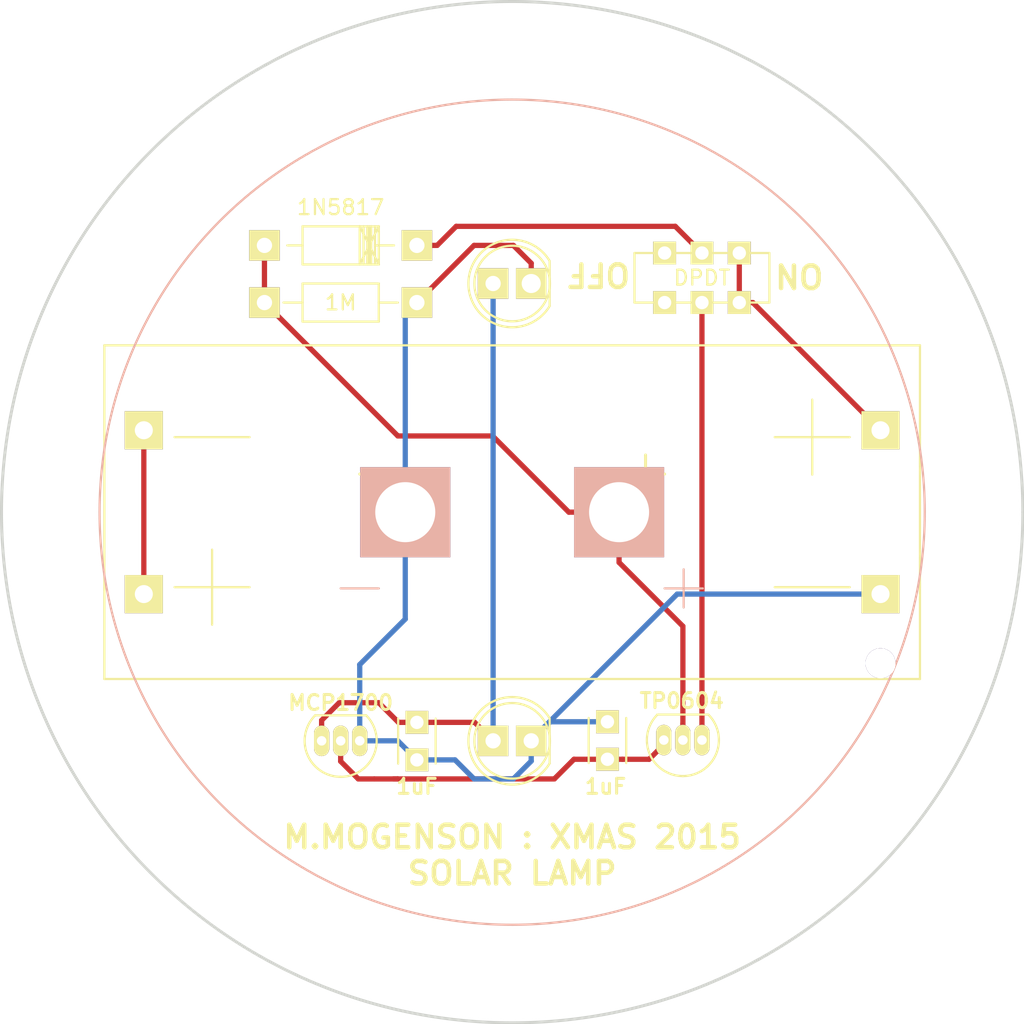
<source format=kicad_pcb>

(kicad_pcb
  (version 4)
  (host pcbnew 4.0.0-2.201512072331+6194~38~ubuntu15.10.1-stable)
  (general
    (links 20)
    (no_connects 0)
    (area 92.863999 92.863999 161.136001 161.136001)
    (thickness 1.6)
    (drawings 8)
    (tracks 59)
    (zones 0)
    (modules 11)
    (nets 11))
  (page A4)
  (layers
    (0 F.Cu signal)
    (31 B.Cu signal)
    (32 B.Adhes user)
    (33 F.Adhes user)
    (34 B.Paste user)
    (35 F.Paste user)
    (36 B.SilkS user)
    (37 F.SilkS user)
    (38 B.Mask user)
    (39 F.Mask user)
    (40 Dwgs.User user)
    (41 Cmts.User user)
    (42 Eco1.User user)
    (43 Eco2.User user)
    (44 Edge.Cuts user)
    (45 Margin user)
    (46 B.CrtYd user)
    (47 F.CrtYd user)
    (48 B.Fab user)
    (49 F.Fab user))
  (setup
    (last_trace_width 0.35)
    (trace_clearance 0.25)
    (zone_clearance 0.508)
    (zone_45_only yes)
    (trace_min 0.2)
    (segment_width 0.2)
    (edge_width 0.2)
    (via_size 0.6)
    (via_drill 0.4)
    (via_min_size 0.4)
    (via_min_drill 0.3)
    (uvia_size 0.3)
    (uvia_drill 0.1)
    (uvias_allowed no)
    (uvia_min_size 0)
    (uvia_min_drill 0)
    (pcb_text_width 0.3)
    (pcb_text_size 1.5 1.5)
    (mod_edge_width 0.15)
    (mod_text_size 1 1)
    (mod_text_width 0.15)
    (pad_size 1.016 2.032)
    (pad_drill 0.635)
    (pad_to_mask_clearance 0.2)
    (aux_axis_origin 0 0)
    (grid_origin 15.24 195.58)
    (visible_elements 7FFFFF7F)
    (pcbplotparams
      (layerselection 0x010f0_80000001)
      (usegerberextensions true)
      (excludeedgelayer true)
      (linewidth 0.1)
      (plotframeref false)
      (viasonmask false)
      (mode 1)
      (useauxorigin false)
      (hpglpennumber 1)
      (hpglpenspeed 20)
      (hpglpendiameter 15)
      (hpglpenoverlay 2)
      (psnegative false)
      (psa4output false)
      (plotreference false)
      (plotvalue false)
      (plotinvisibletext false)
      (padsonsilk true)
      (subtractmaskfromsilk true)
      (outputformat 1)
      (mirror false)
      (drillshape 0)
      (scaleselection 1)
      (outputdirectory gerbers/)))
  (net 0 "")
  (net 1 "Net-(BT1-Pad1)")
  (net 2 GND)
  (net 3 "Net-(C1-Pad1)")
  (net 4 "Net-(C2-Pad1)")
  (net 5 "Net-(D1-Pad1)")
  (net 6 "Net-(B1-Pad1)")
  (net 7 "Net-(B1-Pad3)")
  (net 8 "Net-(Q1-Pad1)")
  (net 9 "Net-(SW1-Pad3)")
  (net 10 "Net-(SW1-Pad6)")
  (net_class Default "This is the default net class."
    (clearance 0.25)
    (trace_width 0.35)
    (via_dia 0.6)
    (via_drill 0.4)
    (uvia_dia 0.3)
    (uvia_drill 0.1)
    (add_net GND)
    (add_net "Net-(B1-Pad1)")
    (add_net "Net-(B1-Pad3)")
    (add_net "Net-(BT1-Pad1)")
    (add_net "Net-(C1-Pad1)")
    (add_net "Net-(C2-Pad1)")
    (add_net "Net-(D1-Pad1)")
    (add_net "Net-(Q1-Pad1)")
    (add_net "Net-(SW1-Pad3)")
    (add_net "Net-(SW1-Pad6)"))
  (module MikeMod:DPDT_JS202011CQN_switch
    (layer F.Cu)
    (tedit 566798C7)
    (tstamp 5629B9FA)
    (at 139.6492 111.379 180)
    (path /56299FB7)
    (fp_text reference SW1
      (at 6.35 -2.54 180)
      (layer F.SilkS) hide
      (effects
        (font
          (size 1 1)
          (thickness 0.15))))
    (fp_text value DPDT
      (at 0 0 180)
      (layer F.SilkS)
      (effects
        (font
          (size 1 1)
          (thickness 0.15))))
    (fp_line
      (start -4.4958 -1.651)
      (end -4.4958 1.651)
      (layer F.SilkS)
      (width 0.15))
    (fp_line
      (start -4.4958 1.651)
      (end 4.4958 1.651)
      (layer F.SilkS)
      (width 0.15))
    (fp_line
      (start 4.4958 1.651)
      (end 4.4958 -1.651)
      (layer F.SilkS)
      (width 0.15))
    (fp_line
      (start 4.4958 -1.651)
      (end -4.4958 -1.651)
      (layer F.SilkS)
      (width 0.15))
    (pad 1 thru_hole rect
      (at -2.4892 1.651 180)
      (size 1.524 1.524)
      (drill 0.889)
      (layers *.Cu F.SilkS F.Mask)
      (net 7 "Net-(B1-Pad3)"))
    (pad 2 thru_hole rect
      (at 0 1.651 180)
      (size 1.524 1.524)
      (drill 0.889)
      (layers *.Cu F.SilkS F.Mask)
      (net 5 "Net-(D1-Pad1)"))
    (pad 3 thru_hole rect
      (at 2.4892 1.651 180)
      (size 1.524 1.524)
      (drill 0.889)
      (layers *.Cu F.SilkS F.Mask)
      (net 9 "Net-(SW1-Pad3)"))
    (pad 4 thru_hole rect
      (at -2.4892 -1.651 180)
      (size 1.524 1.524)
      (drill 0.889)
      (layers *.Cu F.SilkS F.Mask)
      (net 7 "Net-(B1-Pad3)"))
    (pad 5 thru_hole rect
      (at 0 -1.651 180)
      (size 1.524 1.524)
      (drill 0.889)
      (layers *.Cu F.SilkS F.Mask)
      (net 8 "Net-(Q1-Pad1)"))
    (pad 6 thru_hole rect
      (at 2.4892 -1.651 180)
      (size 1.524 1.524)
      (drill 0.889)
      (layers *.Cu F.SilkS F.Mask)
      (net 10 "Net-(SW1-Pad6)")))
  (module MikeMod:Keystone_1077_2x_AAA_battery_holder
    (layer F.Cu)
    (tedit 5667982C)
    (tstamp 565B9D4E)
    (at 127 127 180)
    (path /565B9484)
    (fp_text reference B1
      (at 0 7 180)
      (layer F.SilkS) hide
      (effects
        (font
          (size 1 1)
          (thickness 0.15))))
    (fp_text value 2x_AAA_battery
      (at 0 -7 180)
      (layer F.Fab) hide
      (effects
        (font
          (size 1 1)
          (thickness 0.15))))
    (fp_line
      (start 22.5 5)
      (end 17.5 5)
      (layer F.SilkS)
      (width 0.15))
    (fp_line
      (start -20 2.5)
      (end -20 7.5)
      (layer F.SilkS)
      (width 0.15))
    (fp_line
      (start -22.5 5)
      (end -17.5 5)
      (layer F.SilkS)
      (width 0.15))
    (fp_line
      (start -22.5 -5)
      (end -17.5 -5)
      (layer F.SilkS)
      (width 0.15))
    (fp_line
      (start 17.5 -5)
      (end 22.5 -5)
      (layer F.SilkS)
      (width 0.15))
    (fp_line
      (start 20 -7.5)
      (end 20 -2.5)
      (layer F.SilkS)
      (width 0.15))
    (fp_line
      (start -27.18 -11.12)
      (end -27.18 11.12)
      (layer F.SilkS)
      (width 0.15))
    (fp_line
      (start -27.18 11.12)
      (end 27.18 11.12)
      (layer F.SilkS)
      (width 0.15))
    (fp_line
      (start 27.18 11.12)
      (end 27.18 -11.12)
      (layer F.SilkS)
      (width 0.15))
    (fp_line
      (start 27.18 -11.12)
      (end -27.18 -11.12)
      (layer F.SilkS)
      (width 0.15))
    (pad 1 thru_hole rect
      (at 24.55 -5.46 180)
      (size 2.54 2.54)
      (drill 1.2)
      (layers *.Cu F.SilkS F.Mask)
      (net 6 "Net-(B1-Pad1)"))
    (pad 2 thru_hole rect
      (at -24.55 -5.46 180)
      (size 2.54 2.54)
      (drill 1.2)
      (layers *.Cu F.SilkS F.Mask)
      (net 2 GND))
    (pad 3 thru_hole rect
      (at -24.55 5.46 180)
      (size 2.54 2.54)
      (drill 1.2)
      (layers *.Cu F.SilkS F.Mask)
      (net 7 "Net-(B1-Pad3)"))
    (pad 4 thru_hole rect
      (at 24.55 5.46 180)
      (size 2.54 2.54)
      (drill 1.2)
      (layers *.Cu F.SilkS F.Mask)
      (net 6 "Net-(B1-Pad1)"))
    (pad "" thru_hole circle
      (at -24.55 -10.07 180)
      (size 2 2)
      (drill 2)
      (layers *.Cu)))
  (module Capacitors_ThroughHole:C_Disc_D3_P2.5
    (layer F.Cu)
    (tedit 566797F0)
    (tstamp 5629B9CD)
    (at 133.35 143.47 90)
    (descr "Capacitor 3mm Disc, Pitch 2.5mm")
    (tags Capacitor)
    (path /56299749)
    (fp_text reference C1
      (at 1.25 -2.5 90)
      (layer F.SilkS) hide
      (effects
        (font
          (size 1 1)
          (thickness 0.15))))
    (fp_text value 1uF
      (at -1.818 -0.127 180)
      (layer F.SilkS)
      (effects
        (font
          (size 1 1)
          (thickness 0.2))))
    (fp_line
      (start -0.9 -1.5)
      (end 3.4 -1.5)
      (layer F.CrtYd)
      (width 0.05))
    (fp_line
      (start 3.4 -1.5)
      (end 3.4 1.5)
      (layer F.CrtYd)
      (width 0.05))
    (fp_line
      (start 3.4 1.5)
      (end -0.9 1.5)
      (layer F.CrtYd)
      (width 0.05))
    (fp_line
      (start -0.9 1.5)
      (end -0.9 -1.5)
      (layer F.CrtYd)
      (width 0.05))
    (fp_line
      (start -0.25 -1.25)
      (end 2.75 -1.25)
      (layer F.SilkS)
      (width 0.15))
    (fp_line
      (start 2.75 1.25)
      (end -0.25 1.25)
      (layer F.SilkS)
      (width 0.15))
    (pad 1 thru_hole rect
      (at 0 0 90)
      (size 1.524 1.524)
      (drill 0.889)
      (layers *.Cu F.SilkS F.Mask)
      (net 3 "Net-(C1-Pad1)"))
    (pad 2 thru_hole rect
      (at 2.5 0 90)
      (size 1.524 1.524)
      (drill 0.889)
      (layers *.Cu F.SilkS F.Mask)
      (net 2 GND))
    (model Capacitors_ThroughHole.3dshapes/C_Disc_D3_P2.5.wrl
      (at
        (xyz 0.0492126 0 0))
      (scale
        (xyz 1 1 1))
      (rotate
        (xyz 0 0 0))))
  (module Capacitors_ThroughHole:C_Disc_D3_P2.5
    (layer F.Cu)
    (tedit 566797DB)
    (tstamp 5629B9D3)
    (at 120.65 141.01 270)
    (descr "Capacitor 3mm Disc, Pitch 2.5mm")
    (tags Capacitor)
    (path /56299A5E)
    (fp_text reference C2
      (at 1.25 -2.5 270)
      (layer F.SilkS) hide
      (effects
        (font
          (size 1 1)
          (thickness 0.15))))
    (fp_text value 1uF
      (at 4.278 0 360)
      (layer F.SilkS)
      (effects
        (font
          (size 1 1)
          (thickness 0.2))))
    (fp_line
      (start -0.9 -1.5)
      (end 3.4 -1.5)
      (layer F.CrtYd)
      (width 0.05))
    (fp_line
      (start 3.4 -1.5)
      (end 3.4 1.5)
      (layer F.CrtYd)
      (width 0.05))
    (fp_line
      (start 3.4 1.5)
      (end -0.9 1.5)
      (layer F.CrtYd)
      (width 0.05))
    (fp_line
      (start -0.9 1.5)
      (end -0.9 -1.5)
      (layer F.CrtYd)
      (width 0.05))
    (fp_line
      (start -0.25 -1.25)
      (end 2.75 -1.25)
      (layer F.SilkS)
      (width 0.15))
    (fp_line
      (start 2.75 1.25)
      (end -0.25 1.25)
      (layer F.SilkS)
      (width 0.15))
    (pad 1 thru_hole rect
      (at 0 0 270)
      (size 1.524 1.524)
      (drill 0.889)
      (layers *.Cu F.SilkS F.Mask)
      (net 4 "Net-(C2-Pad1)"))
    (pad 2 thru_hole rect
      (at 2.5 0 270)
      (size 1.524 1.524)
      (drill 0.889)
      (layers *.Cu F.SilkS F.Mask)
      (net 2 GND))
    (model Capacitors_ThroughHole.3dshapes/C_Disc_D3_P2.5.wrl
      (at
        (xyz 0.0492126 0 0))
      (scale
        (xyz 1 1 1))
      (rotate
        (xyz 0 0 0))))
  (module TO_SOT_Packages_THT:TO-92_Inline_Narrow_Oval
    (layer F.Cu)
    (tedit 5667993E)
    (tstamp 565B9D86)
    (at 116.84 142.24 180)
    (descr "TO-92 leads in-line, narrow, oval pads, drill 0.6mm (see NXP sot054_po.pdf)")
    (tags "to-92 sc-43 sc-43a sot54 PA33 transistor")
    (path /565B6E6E)
    (fp_text reference U1
      (at 0 -4 180)
      (layer F.SilkS) hide
      (effects
        (font
          (size 1 1)
          (thickness 0.15))))
    (fp_text value MCP1700
      (at 1.27 2.54 180)
      (layer F.SilkS)
      (effects
        (font
          (size 1 1)
          (thickness 0.2))))
    (fp_line
      (start -1.4 1.95)
      (end -1.4 -2.65)
      (layer F.CrtYd)
      (width 0.05))
    (fp_line
      (start -1.4 1.95)
      (end 3.95 1.95)
      (layer F.CrtYd)
      (width 0.05))
    (fp_line
      (start -0.43 1.7)
      (end 2.97 1.7)
      (layer F.SilkS)
      (width 0.15))
    (fp_line
      (start -1.4 -2.65)
      (end 3.95 -2.65)
      (layer F.CrtYd)
      (width 0.05))
    (fp_line
      (start 3.95 1.95)
      (end 3.95 -2.65)
      (layer F.CrtYd)
      (width 0.05))
    (fp_arc
      (start 1.27 0)
      (end 1.27 -2.4)
      (angle -135)
      (layer F.SilkS)
      (width 0.15))
    (fp_arc
      (start 1.27 0)
      (end 1.27 -2.4)
      (angle 135)
      (layer F.SilkS)
      (width 0.15))
    (pad 2 thru_hole oval
      (at 1.27 0)
      (size 1.016 2.032)
      (drill 0.635)
      (layers *.Cu F.SilkS F.Mask)
      (net 3 "Net-(C1-Pad1)"))
    (pad 3 thru_hole oval
      (at 2.54 0)
      (size 1.016 2.032)
      (drill 0.635)
      (layers *.Cu F.SilkS F.Mask)
      (net 4 "Net-(C2-Pad1)"))
    (pad 1 thru_hole oval
      (at 0 0)
      (size 1.016 2.032)
      (drill 0.635)
      (layers *.Cu F.SilkS F.Mask)
      (net 2 GND))
    (model TO_SOT_Packages_THT.3dshapes/TO-92_Inline_Narrow_Oval.wrl
      (at
        (xyz 0.05 0 0))
      (scale
        (xyz 1 1 1))
      (rotate
        (xyz 0 0 -90))))
  (module Resistors_ThroughHole:Resistor_Horizontal_RM10mm
    (layer F.Cu)
    (tedit 56679904)
    (tstamp 565B9D85)
    (at 115.57 113.03)
    (descr "Resistor, Axial,  RM 10mm, 1/3W,")
    (tags "Resistor, Axial, RM 10mm, 1/3W,")
    (path /565B5B3B)
    (fp_text reference R1
      (at 0.24892 -3.50012)
      (layer F.SilkS) hide
      (effects
        (font
          (size 1 1)
          (thickness 0.15))))
    (fp_text value 1M
      (at 0 0)
      (layer F.SilkS)
      (effects
        (font
          (size 1 1)
          (thickness 0.15))))
    (fp_line
      (start -2.54 -1.27)
      (end 2.54 -1.27)
      (layer F.SilkS)
      (width 0.15))
    (fp_line
      (start 2.54 -1.27)
      (end 2.54 1.27)
      (layer F.SilkS)
      (width 0.15))
    (fp_line
      (start 2.54 1.27)
      (end -2.54 1.27)
      (layer F.SilkS)
      (width 0.15))
    (fp_line
      (start -2.54 1.27)
      (end -2.54 -1.27)
      (layer F.SilkS)
      (width 0.15))
    (fp_line
      (start -2.54 0)
      (end -3.81 0)
      (layer F.SilkS)
      (width 0.15))
    (fp_line
      (start 2.54 0)
      (end 3.81 0)
      (layer F.SilkS)
      (width 0.15))
    (pad 1 thru_hole rect
      (at -5.08 0)
      (size 2.032 2.032)
      (drill 1.016)
      (layers *.Cu F.SilkS F.Mask)
      (net 1 "Net-(BT1-Pad1)"))
    (pad 2 thru_hole rect
      (at 5.08 0)
      (size 2.032 2.032)
      (drill 1.016)
      (layers *.Cu F.SilkS F.Mask)
      (net 2 GND))
    (model Resistors_ThroughHole.3dshapes/Resistor_Horizontal_RM10mm.wrl
      (at
        (xyz 0 0 0))
      (scale
        (xyz 0.4 0.4 0.4))
      (rotate
        (xyz 0 0 0))))
  (module TO_SOT_Packages_THT:TO-92_Inline_Narrow_Oval
    (layer F.Cu)
    (tedit 566795FB)
    (tstamp 565B9D6D)
    (at 139.6492 142.1892 180)
    (descr "TO-92 leads in-line, narrow, oval pads, drill 0.6mm (see NXP sot054_po.pdf)")
    (tags "to-92 sc-43 sc-43a sot54 PA33 transistor")
    (path /565B691B)
    (fp_text reference Q1
      (at 0 -4 180)
      (layer F.SilkS) hide
      (effects
        (font
          (size 1 1)
          (thickness 0.15))))
    (fp_text value TP0604
      (at 1.3462 2.6162 180)
      (layer F.SilkS)
      (effects
        (font
          (size 1 1)
          (thickness 0.2))))
    (fp_line
      (start -1.4 1.95)
      (end -1.4 -2.65)
      (layer F.CrtYd)
      (width 0.05))
    (fp_line
      (start -1.4 1.95)
      (end 3.95 1.95)
      (layer F.CrtYd)
      (width 0.05))
    (fp_line
      (start -0.43 1.7)
      (end 2.97 1.7)
      (layer F.SilkS)
      (width 0.15))
    (fp_line
      (start -1.4 -2.65)
      (end 3.95 -2.65)
      (layer F.CrtYd)
      (width 0.05))
    (fp_line
      (start 3.95 1.95)
      (end 3.95 -2.65)
      (layer F.CrtYd)
      (width 0.05))
    (fp_arc
      (start 1.27 0)
      (end 1.27 -2.4)
      (angle -135)
      (layer F.SilkS)
      (width 0.15))
    (fp_arc
      (start 1.27 0)
      (end 1.27 -2.4)
      (angle 135)
      (layer F.SilkS)
      (width 0.15))
    (pad 2 thru_hole oval
      (at 1.27 0)
      (size 1.016 2.032)
      (drill 0.635)
      (layers *.Cu F.SilkS F.Mask)
      (net 1 "Net-(BT1-Pad1)"))
    (pad 3 thru_hole oval
      (at 2.54 0)
      (size 1.016 2.032)
      (drill 0.635)
      (layers *.Cu F.SilkS F.Mask)
      (net 3 "Net-(C1-Pad1)"))
    (pad 1 thru_hole oval
      (at 0 0)
      (size 1.016 2.032)
      (drill 0.635)
      (layers *.Cu F.SilkS F.Mask)
      (net 8 "Net-(Q1-Pad1)"))
    (model TO_SOT_Packages_THT.3dshapes/TO-92_Inline_Narrow_Oval.wrl
      (at
        (xyz 0.05 0 0))
      (scale
        (xyz 1 1 1))
      (rotate
        (xyz 0 0 -90))))
  (module LEDs:LED-5MM
    (layer F.Cu)
    (tedit 5667991C)
    (tstamp 565B9D62)
    (at 128.27 142.24 180)
    (descr "LED 5mm round vertical")
    (tags "LED 5mm round vertical")
    (path /562994D5)
    (fp_text reference D2
      (at 1.524 4.064 180)
      (layer F.SilkS) hide
      (effects
        (font
          (size 1 1)
          (thickness 0.15))))
    (fp_text value LED
      (at 1.524 -3.937 180)
      (layer F.Fab) hide
      (effects
        (font
          (size 1 1)
          (thickness 0.15))))
    (fp_text user K
      (at -1.905 1.905 180)
      (layer F.SilkS) hide
      (effects
        (font
          (size 1 1)
          (thickness 0.15))))
    (fp_line
      (start -1.5 -1.55)
      (end -1.5 1.55)
      (layer F.CrtYd)
      (width 0.05))
    (fp_line
      (start -1.23 1.5)
      (end -1.23 -1.5)
      (layer F.SilkS)
      (width 0.15))
    (fp_arc
      (start 1.3 0)
      (end -1.5 1.55)
      (angle -302)
      (layer F.CrtYd)
      (width 0.05))
    (fp_arc
      (start 1.27 0)
      (end -1.23 -1.5)
      (angle 297.5)
      (layer F.SilkS)
      (width 0.15))
    (fp_circle
      (center 1.27 0)
      (end 0.97 -2.5)
      (layer F.SilkS)
      (width 0.15))
    (pad 1 thru_hole rect
      (at 0 0 270)
      (size 2.032 2.032)
      (drill 1.016)
      (layers *.Cu F.SilkS F.Mask)
      (net 2 GND))
    (pad 2 thru_hole rect
      (at 2.54 0 180)
      (size 2.032 2.032)
      (drill 1.016)
      (layers *.Cu F.SilkS F.Mask)
      (net 4 "Net-(C2-Pad1)"))
    (model LEDs.3dshapes/LED-5MM.wrl
      (at
        (xyz 0.05 0 0))
      (scale
        (xyz 1 1 1))
      (rotate
        (xyz 0 0 90))))
  (module LEDs:LED-5MM
    (layer F.Cu)
    (tedit 5667990E)
    (tstamp 5629B9E5)
    (at 128.27 111.76 180)
    (descr "LED 5mm round vertical")
    (tags "LED 5mm round vertical")
    (path /565B5984)
    (fp_text reference D3
      (at 1.524 4.064 180)
      (layer F.SilkS) hide
      (effects
        (font
          (size 1 1)
          (thickness 0.15))))
    (fp_text value LED
      (at -2.54 0 270)
      (layer F.SilkS) hide
      (effects
        (font
          (size 1 1)
          (thickness 0.15))))
    (fp_line
      (start -1.5 -1.55)
      (end -1.5 1.55)
      (layer F.CrtYd)
      (width 0.05))
    (fp_line
      (start -1.23 1.5)
      (end -1.23 -1.5)
      (layer F.SilkS)
      (width 0.15))
    (fp_arc
      (start 1.3 0)
      (end -1.5 1.55)
      (angle -302)
      (layer F.CrtYd)
      (width 0.05))
    (fp_arc
      (start 1.27 0)
      (end -1.23 -1.5)
      (angle 297.5)
      (layer F.SilkS)
      (width 0.15))
    (fp_circle
      (center 1.27 0)
      (end 0.97 -2.5)
      (layer F.SilkS)
      (width 0.15))
    (pad 1 thru_hole rect
      (at 0 0 270)
      (size 2.032 2.032)
      (drill 1.27)
      (layers *.Cu F.SilkS F.Mask)
      (net 2 GND))
    (pad 2 thru_hole rect
      (at 2.54 0 180)
      (size 2.032 2.032)
      (drill 1.016)
      (layers *.Cu F.SilkS F.Mask)
      (net 4 "Net-(C2-Pad1)"))
    (model LEDs.3dshapes/LED-5MM.wrl
      (at
        (xyz 0.05 0 0))
      (scale
        (xyz 1 1 1))
      (rotate
        (xyz 0 0 90))))
  (module Diodes_ThroughHole:Diode_DO-41_SOD81_Horizontal_RM10
    (layer F.Cu)
    (tedit 56679A5D)
    (tstamp 565B9D4F)
    (at 120.65 109.21746 180)
    (descr "Diode, DO-41, SOD81, Horizontal, RM 10mm,")
    (tags "Diode, DO-41, SOD81, Horizontal, RM 10mm, 1N4007, SB140,")
    (path /565B7B0B)
    (fp_text reference D1
      (at 5.38734 2.53746 180)
      (layer F.SilkS) hide
      (effects
        (font
          (size 1 1)
          (thickness 0.15))))
    (fp_text value 1N5817
      (at 5.08 2.53746 180)
      (layer F.SilkS)
      (effects
        (font
          (size 1 1)
          (thickness 0.15))))
    (fp_line
      (start 7.62 -0.00254)
      (end 8.636 -0.00254)
      (layer F.SilkS)
      (width 0.15))
    (fp_line
      (start 2.794 -0.00254)
      (end 1.524 -0.00254)
      (layer F.SilkS)
      (width 0.15))
    (fp_line
      (start 3.048 -1.27254)
      (end 3.048 1.26746)
      (layer F.SilkS)
      (width 0.15))
    (fp_line
      (start 3.302 -1.27254)
      (end 3.302 1.26746)
      (layer F.SilkS)
      (width 0.15))
    (fp_line
      (start 3.556 -1.27254)
      (end 3.556 1.26746)
      (layer F.SilkS)
      (width 0.15))
    (fp_line
      (start 2.794 -1.27254)
      (end 2.794 1.26746)
      (layer F.SilkS)
      (width 0.15))
    (fp_line
      (start 3.81 -1.27254)
      (end 2.54 1.26746)
      (layer F.SilkS)
      (width 0.15))
    (fp_line
      (start 2.54 -1.27254)
      (end 3.81 1.26746)
      (layer F.SilkS)
      (width 0.15))
    (fp_line
      (start 3.81 -1.27254)
      (end 3.81 1.26746)
      (layer F.SilkS)
      (width 0.15))
    (fp_line
      (start 3.175 -1.27254)
      (end 3.175 1.26746)
      (layer F.SilkS)
      (width 0.15))
    (fp_line
      (start 2.54 1.26746)
      (end 2.54 -1.27254)
      (layer F.SilkS)
      (width 0.15))
    (fp_line
      (start 2.54 -1.27254)
      (end 7.62 -1.27254)
      (layer F.SilkS)
      (width 0.15))
    (fp_line
      (start 7.62 -1.27254)
      (end 7.62 1.26746)
      (layer F.SilkS)
      (width 0.15))
    (fp_line
      (start 7.62 1.26746)
      (end 2.54 1.26746)
      (layer F.SilkS)
      (width 0.15))
    (pad 2 thru_hole rect
      (at 10.16 -0.00254)
      (size 2.032 2.032)
      (drill 1.016)
      (layers *.Cu F.SilkS F.Mask)
      (net 1 "Net-(BT1-Pad1)"))
    (pad 1 thru_hole rect
      (at 0 -0.00254)
      (size 2.032 2.032)
      (drill 1.016)
      (layers *.Cu F.SilkS F.Mask)
      (net 5 "Net-(D1-Pad1)")))
  (module MikeMod:Adafruit_round_solar_panel locked
    (layer B.Cu)
    (tedit 562D1077)
    (tstamp 5629B9A7)
    (at 127 127)
    (path /56298C0F)
    (fp_text reference BT1
      (at 0 8.89)
      (layer B.SilkS) hide
      (effects
        (font
          (size 1 1)
          (thickness 0.15))
        (justify mirror)))
    (fp_text value "Solar Cell"
      (at 0 -7.62)
      (layer B.Fab) hide
      (effects
        (font
          (size 1 1)
          (thickness 0.15))
        (justify mirror)))
    (fp_line
      (start -11.43 5.08)
      (end -8.89 5.08)
      (layer B.SilkS)
      (width 0.15))
    (fp_line
      (start 11.43 6.35)
      (end 11.43 3.81)
      (layer B.SilkS)
      (width 0.15))
    (fp_line
      (start 10.16 5.08)
      (end 12.7 5.08)
      (layer B.SilkS)
      (width 0.15))
    (fp_circle
      (center 0 0)
      (end 27.5 0)
      (layer B.SilkS)
      (width 0.15))
    (pad 1 thru_hole rect
      (at 7.125 0)
      (size 6 6)
      (drill 4)
      (layers *.Cu B.SilkS B.Mask)
      (net 1 "Net-(BT1-Pad1)"))
    (pad 2 thru_hole rect
      (at -7.125 0)
      (size 6 6)
      (drill 4)
      (layers *.Cu B.SilkS B.Mask)
      (net 2 GND)))
  (gr_arc
    (start 127 127)
    (end 92.964 127)
    (angle 180)
    (layer Edge.Cuts)
    (width 0.2))
  (gr_arc
    (start 127 127)
    (end 161.036 127)
    (angle 180)
    (layer Edge.Cuts)
    (width 0.2))
  (gr_text OFF
    (at 132.7531 111.16564 180)
    (layer F.SilkS)
    (effects
      (font
        (size 1.5 1.5)
        (thickness 0.3))))
  (gr_text ON
    (at 146.13636 111.2393 180)
    (layer F.SilkS)
    (effects
      (font
        (size 1.5 1.5)
        (thickness 0.3))))
  (gr_text "M.MOGENSON : XMAS 2015\nSOLAR LAMP"
    (at 127 149.86)
    (layer F.SilkS)
    (effects
      (font
        (size 1.5 1.5)
        (thickness 0.3))))
  (gr_line
    (start 116.84 124.46)
    (end 119.38 124.46)
    (angle 90)
    (layer F.SilkS)
    (width 0.2))
  (gr_line
    (start 135.89 123.19)
    (end 135.89 125.73)
    (angle 90)
    (layer F.SilkS)
    (width 0.2))
  (gr_line
    (start 134.62 124.46)
    (end 137.16 124.46)
    (angle 90)
    (layer F.SilkS)
    (width 0.2))
  (segment
    (start 134.125 127)
    (end 134.125 130.35)
    (width 0.35)
    (layer F.Cu)
    (net 1))
  (segment
    (start 134.125 130.35)
    (end 138.3792 134.6042)
    (width 0.35)
    (layer F.Cu)
    (net 1))
  (segment
    (start 138.3792 134.6042)
    (end 138.3792 141.08863)
    (width 0.35)
    (layer F.Cu)
    (net 1))
  (segment
    (start 138.3792 141.08863)
    (end 138.3792 142.1892)
    (width 0.35)
    (layer F.Cu)
    (net 1))
  (segment
    (start 110.49 113.03)
    (end 110.49 109.22)
    (width 0.35)
    (layer F.Cu)
    (net 1))
  (segment
    (start 110.49 113.03)
    (end 119.38 121.92)
    (width 0.35)
    (layer F.Cu)
    (net 1))
  (segment
    (start 119.38 121.92)
    (end 125.695 121.92)
    (width 0.35)
    (layer F.Cu)
    (net 1))
  (segment
    (start 130.775 127)
    (end 134.125 127)
    (width 0.35)
    (layer F.Cu)
    (net 1))
  (segment
    (start 125.695 121.92)
    (end 130.775 127)
    (width 0.35)
    (layer F.Cu)
    (net 1))
  (segment
    (start 133.35 140.97)
    (end 129.54 140.97)
    (width 0.35)
    (layer B.Cu)
    (net 2))
  (segment
    (start 129.54 140.97)
    (end 128.27 142.24)
    (width 0.35)
    (layer B.Cu)
    (net 2))
  (segment
    (start 120.65 113.03)
    (end 124.46 109.22)
    (width 0.35)
    (layer F.Cu)
    (net 2))
  (segment
    (start 124.46 109.22)
    (end 127.08 109.22)
    (width 0.35)
    (layer F.Cu)
    (net 2))
  (segment
    (start 127.08 109.22)
    (end 128.27 110.41)
    (width 0.35)
    (layer F.Cu)
    (net 2))
  (segment
    (start 128.27 110.41)
    (end 128.27 111.76)
    (width 0.35)
    (layer F.Cu)
    (net 2))
  (segment
    (start 151.55 132.46)
    (end 138 132.46)
    (width 0.35)
    (layer B.Cu)
    (net 2))
  (segment
    (start 138 132.46)
    (end 128.27 142.19)
    (width 0.35)
    (layer B.Cu)
    (net 2))
  (segment
    (start 128.27 142.19)
    (end 128.27 142.24)
    (width 0.35)
    (layer B.Cu)
    (net 2))
  (segment
    (start 120.65 143.51)
    (end 123.19 143.51)
    (width 0.35)
    (layer B.Cu)
    (net 2))
  (segment
    (start 124.46 144.78)
    (end 127.08 144.78)
    (width 0.35)
    (layer B.Cu)
    (net 2))
  (segment
    (start 128.27 143.59)
    (end 128.27 142.24)
    (width 0.35)
    (layer B.Cu)
    (net 2))
  (segment
    (start 123.19 143.51)
    (end 124.46 144.78)
    (width 0.35)
    (layer B.Cu)
    (net 2))
  (segment
    (start 127.08 144.78)
    (end 128.27 143.59)
    (width 0.35)
    (layer B.Cu)
    (net 2))
  (segment
    (start 116.84 142.24)
    (end 119.38 142.24)
    (width 0.35)
    (layer B.Cu)
    (net 2))
  (segment
    (start 119.38 142.24)
    (end 120.65 143.51)
    (width 0.35)
    (layer B.Cu)
    (net 2))
  (segment
    (start 119.875 134.125)
    (end 116.84 137.16)
    (width 0.35)
    (layer B.Cu)
    (net 2))
  (segment
    (start 116.84 137.16)
    (end 116.84 142.24)
    (width 0.35)
    (layer B.Cu)
    (net 2))
  (segment
    (start 119.875 127)
    (end 119.875 134.125)
    (width 0.35)
    (layer B.Cu)
    (net 2))
  (segment
    (start 119.875 127)
    (end 119.875 113.805)
    (width 0.35)
    (layer B.Cu)
    (net 2))
  (segment
    (start 119.875 113.805)
    (end 120.65 113.03)
    (width 0.35)
    (layer B.Cu)
    (net 2))
  (segment
    (start 115.57 142.24)
    (end 115.57 143.606)
    (width 0.35)
    (layer F.Cu)
    (net 3))
  (segment
    (start 115.57 143.606)
    (end 116.744 144.78)
    (width 0.35)
    (layer F.Cu)
    (net 3))
  (segment
    (start 116.744 144.78)
    (end 117.80901 144.78)
    (width 0.35)
    (layer F.Cu)
    (net 3))
  (segment
    (start 129.81 144.78)
    (end 119.38 144.78)
    (width 0.35)
    (layer F.Cu)
    (net 3))
  (segment
    (start 119.38 144.78)
    (end 119.07901 144.78)
    (width 0.35)
    (layer F.Cu)
    (net 3))
  (segment
    (start 117.80901 144.78)
    (end 119.38 144.78)
    (width 0.35)
    (layer F.Cu)
    (net 3))
  (segment
    (start 133.35 143.47)
    (end 131.12 143.47)
    (width 0.35)
    (layer F.Cu)
    (net 3))
  (segment
    (start 131.12 143.47)
    (end 129.81 144.78)
    (width 0.35)
    (layer F.Cu)
    (net 3))
  (segment
    (start 137.1092 142.1892)
    (end 137.1092 142.49019)
    (width 0.35)
    (layer F.Cu)
    (net 3))
  (segment
    (start 137.1092 142.49019)
    (end 136.12939 143.47)
    (width 0.35)
    (layer F.Cu)
    (net 3))
  (segment
    (start 136.12939 143.47)
    (end 134.35 143.47)
    (width 0.35)
    (layer F.Cu)
    (net 3))
  (segment
    (start 134.35 143.47)
    (end 133.35 143.47)
    (width 0.35)
    (layer F.Cu)
    (net 3))
  (segment
    (start 118.11 139.7)
    (end 119.42 141.01)
    (width 0.35)
    (layer F.Cu)
    (net 4))
  (segment
    (start 119.42 141.01)
    (end 120.65 141.01)
    (width 0.35)
    (layer F.Cu)
    (net 4))
  (segment
    (start 115.474 139.7)
    (end 118.11 139.7)
    (width 0.35)
    (layer F.Cu)
    (net 4))
  (segment
    (start 114.3 142.24)
    (end 114.3 140.874)
    (width 0.35)
    (layer F.Cu)
    (net 4))
  (segment
    (start 114.3 140.874)
    (end 115.474 139.7)
    (width 0.35)
    (layer F.Cu)
    (net 4))
  (segment
    (start 120.65 141.01)
    (end 124.5 141.01)
    (width 0.35)
    (layer F.Cu)
    (net 4))
  (segment
    (start 125.73 142.24)
    (end 125.73 111.76)
    (width 0.35)
    (layer B.Cu)
    (net 4))
  (segment
    (start 124.5 141.01)
    (end 125.73 142.24)
    (width 0.35)
    (layer F.Cu)
    (net 4))
  (segment
    (start 139.6492 109.728)
    (end 137.8712 107.95)
    (width 0.35)
    (layer F.Cu)
    (net 5))
  (segment
    (start 137.8712 107.95)
    (end 123.26949 107.95)
    (width 0.35)
    (layer F.Cu)
    (net 5))
  (segment
    (start 123.26949 107.95)
    (end 121.99949 109.22)
    (width 0.35)
    (layer F.Cu)
    (net 5))
  (segment
    (start 121.99949 109.22)
    (end 120.65 109.22)
    (width 0.35)
    (layer F.Cu)
    (net 5))
  (segment
    (start 102.45 121.54)
    (end 102.45 132.46)
    (width 0.35)
    (layer F.Cu)
    (net 6))
  (segment
    (start 151.55 121.54)
    (end 143.04 113.03)
    (width 0.35)
    (layer F.Cu)
    (net 7))
  (segment
    (start 143.04 113.03)
    (end 142.1384 113.03)
    (width 0.35)
    (layer F.Cu)
    (net 7))
  (segment
    (start 142.1384 113.03)
    (end 142.1384 109.728)
    (width 0.35)
    (layer F.Cu)
    (net 7))
  (segment
    (start 139.6492 142.1892)
    (end 139.6492 113.03)
    (width 0.35)
    (layer F.Cu)
    (net 8)))
</source>
